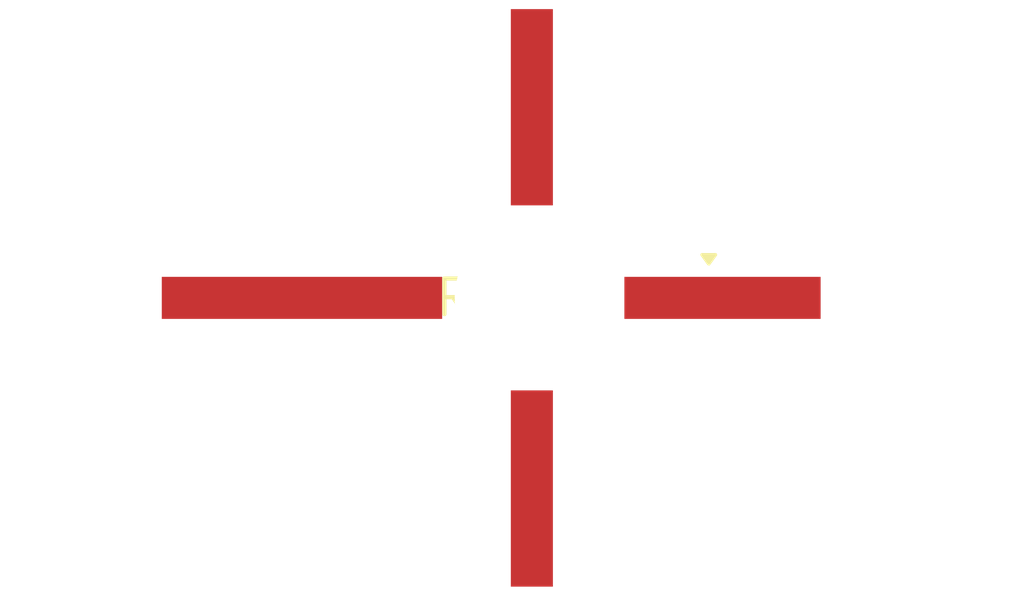
<source format=kicad_pcb>
(kicad_pcb (version 20240108) (generator pcbnew)
  (layers (0 "F.Cu" signal) (31 "B.Cu" signal) (34 "B.Paste" user) (35 "F.Paste" user) (36 "B.SilkS" user "B.Silkscreen") (37 "F.SilkS" user "F.Silkscreen") (38 "B.Mask" user) (39 "F.Mask" user) (44 "Edge.Cuts" user))
  (net 0 "")
  (footprint "TO-50-4_LongPad-WithHole_Housing" (layer "F.Cu") (at 0 0)
    (property "Reference" "REF**")
    (property "Value" "TO-50-4_LongPad-WithHole_Housing")
    (fp_poly (pts (xy 7.01 -1.21) (xy 6.77 -1.54) (xy 7.25 -1.54) (xy 7.01 -1.21)) (layer "F.SilkS") (stroke (width 0.12)) (fill solid))
    (pad "" np_thru_hole circle (at 0.7 0 90) (size 5.5 5.5) (drill 5.5) (layers *.Cu *.Mask))
    (pad "1" smd rect (at 7.5 0 90) (size 1.5 7) (layers "F.Cu" "F.Paste" "F.Mask"))
    (pad "2" smd rect (at 0.7 -6.8 90) (size 7 1.5) (layers "F.Cu" "F.Paste" "F.Mask"))
    (pad "3" smd rect (at -7.5 0 90) (size 1.5 10) (layers "F.Cu" "F.Paste" "F.Mask"))
    (pad "4" smd rect (at 0.7 6.8 90) (size 7 1.5) (layers "F.Cu" "F.Paste" "F.Mask"))
  )
)
</source>
